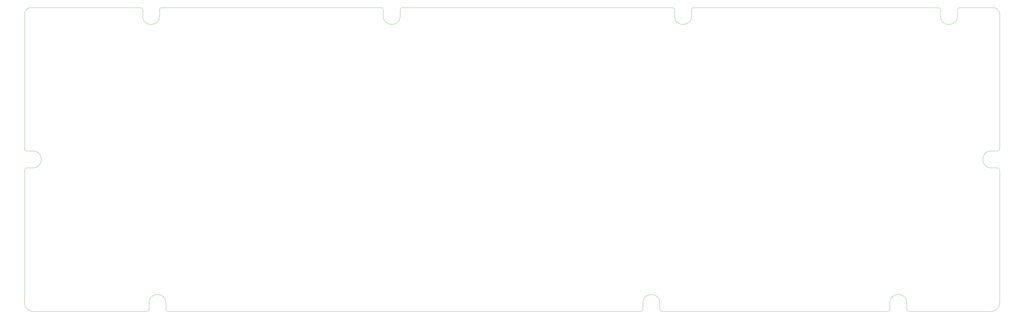
<source format=gm1>
G04 #@! TF.GenerationSoftware,KiCad,Pcbnew,(5.1.4)-1*
G04 #@! TF.CreationDate,2021-12-17T17:06:35-08:00*
G04 #@! TF.ProjectId,JKP,4a4b502e-6b69-4636-9164-5f7063625858,rev?*
G04 #@! TF.SameCoordinates,Original*
G04 #@! TF.FileFunction,Profile,NP*
%FSLAX46Y46*%
G04 Gerber Fmt 4.6, Leading zero omitted, Abs format (unit mm)*
G04 Created by KiCad (PCBNEW (5.1.4)-1) date 2021-12-17 17:06:35*
%MOMM*%
%LPD*%
G04 APERTURE LIST*
%ADD10C,0.050000*%
G04 APERTURE END LIST*
D10*
X-9525000Y-51593750D02*
G75*
G02X-8731250Y-50800000I793750J0D01*
G01*
X-8731250Y-44450000D02*
G75*
G02X-9525000Y-43656250I0J793750D01*
G01*
X37306250Y-103981250D02*
G75*
G02X36512500Y-104775000I-793750J0D01*
G01*
X44450000Y-104775000D02*
G75*
G02X43656250Y-103981250I0J793750D01*
G01*
X223043750Y-103981250D02*
G75*
G02X222250000Y-104775000I-793750J0D01*
G01*
X230187500Y-104775000D02*
G75*
G02X229393750Y-103981250I0J793750D01*
G01*
X315912500Y-103981250D02*
G75*
G02X315118750Y-104775000I-793750J0D01*
G01*
X323056250Y-104775000D02*
G75*
G02X322262500Y-103981250I0J793750D01*
G01*
X356393750Y-50800000D02*
G75*
G02X357187500Y-51593750I0J-793750D01*
G01*
X357187500Y-43656250D02*
G75*
G02X356393750Y-44450000I-793750J0D01*
G01*
X341312500Y8731250D02*
G75*
G02X342106250Y9525000I793750J0D01*
G01*
X334168750Y9525000D02*
G75*
G02X334962500Y8731250I0J-793750D01*
G01*
X241300000Y8731250D02*
G75*
G02X242093750Y9525000I793750J0D01*
G01*
X234156250Y9525000D02*
G75*
G02X234950000Y8731250I0J-793750D01*
G01*
X131762500Y8731250D02*
G75*
G02X132556250Y9525000I793750J0D01*
G01*
X124618750Y9525000D02*
G75*
G02X125412500Y8731250I0J-793750D01*
G01*
X41275000Y8731250D02*
G75*
G02X42068750Y9525000I793750J0D01*
G01*
X34131250Y9525000D02*
G75*
G02X34925000Y8731250I0J-793750D01*
G01*
X357187500Y-51593750D02*
X357187500Y-101600000D01*
X357187500Y-43656250D02*
X357187500Y7143750D01*
X-9525000Y-51593750D02*
X-9525000Y-101600000D01*
X-9525000Y-43656250D02*
X-9525000Y7143750D01*
X-6350000Y-44450000D02*
G75*
G02X-6350000Y-50800000I0J-3175000D01*
G01*
X-8731250Y-50800000D02*
X-6350000Y-50800000D01*
X-8731250Y-44450000D02*
X-6350000Y-44450000D01*
X354012500Y-50800000D02*
G75*
G02X354012500Y-44450000I0J3175000D01*
G01*
X356393750Y-44450000D02*
X354012500Y-44450000D01*
X356393750Y-50800000D02*
X354012500Y-50800000D01*
X37306250Y-101600000D02*
G75*
G02X43656250Y-101600000I3175000J0D01*
G01*
X43656250Y-103981250D02*
X43656250Y-101600000D01*
X37306250Y-103981250D02*
X37306250Y-101600000D01*
X223043750Y-101600000D02*
G75*
G02X229393750Y-101600000I3175000J0D01*
G01*
X229393750Y-103981250D02*
X229393750Y-101600000D01*
X223043750Y-103981250D02*
X223043750Y-101600000D01*
X315912500Y-101600000D02*
G75*
G02X322262500Y-101600000I3175000J0D01*
G01*
X322262500Y-103981250D02*
X322262500Y-101600000D01*
X315912500Y-103981250D02*
X315912500Y-101600000D01*
X341312500Y6350000D02*
G75*
G02X334962500Y6350000I-3175000J0D01*
G01*
X334962500Y8731250D02*
X334962500Y6350000D01*
X341312500Y8731250D02*
X341312500Y6350000D01*
X241300000Y6350000D02*
G75*
G02X234950000Y6350000I-3175000J0D01*
G01*
X234950000Y8731250D02*
X234950000Y6350000D01*
X241300000Y8731250D02*
X241300000Y6350000D01*
X131762500Y6350000D02*
G75*
G02X125412500Y6350000I-3175000J0D01*
G01*
X125412500Y8731250D02*
X125412500Y6350000D01*
X131762500Y8731250D02*
X131762500Y6350000D01*
X41275000Y6350000D02*
G75*
G02X34925000Y6350000I-3175000J0D01*
G01*
X41275000Y8731250D02*
X41275000Y6350000D01*
X34925000Y8731250D02*
X34925000Y6350000D01*
X230187500Y-104775000D02*
X315118750Y-104775000D01*
X103981250Y-104775000D02*
X44450000Y-104775000D01*
X36512500Y-104775000D02*
X-6350000Y-104775000D01*
X222250000Y-104775000D02*
X103981250Y-104775000D01*
X354012500Y-104775000D02*
X323056250Y-104775000D01*
X242093750Y9525000D02*
X334168750Y9525000D01*
X354806250Y9525000D02*
X342106250Y9525000D01*
X132556250Y9525000D02*
X234156250Y9525000D01*
X42068750Y9525000D02*
X124618750Y9525000D01*
X-7143750Y9525000D02*
X34131250Y9525000D01*
X357187500Y-101600000D02*
G75*
G02X354012500Y-104775000I-3175000J0D01*
G01*
X354806250Y9525000D02*
G75*
G02X357187500Y7143750I0J-2381250D01*
G01*
X-6350000Y-104775000D02*
G75*
G02X-9525000Y-101600000I0J3175000D01*
G01*
X-9525000Y7143750D02*
G75*
G02X-7143750Y9525000I2381250J0D01*
G01*
M02*

</source>
